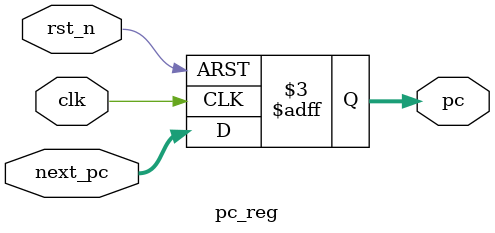
<source format=sv>
module pc_reg(
    input  wire        clk,
    input  wire        rst_n,
    input  wire [31:0] next_pc,
    output reg  [31:0] pc
);
    always @(posedge clk or negedge rst_n) begin
        if (!rst_n)
            pc <= 32'b0; // reset -> dirección 0
        else
            pc <= next_pc; // actualiza el PC
    end
endmodule

</source>
